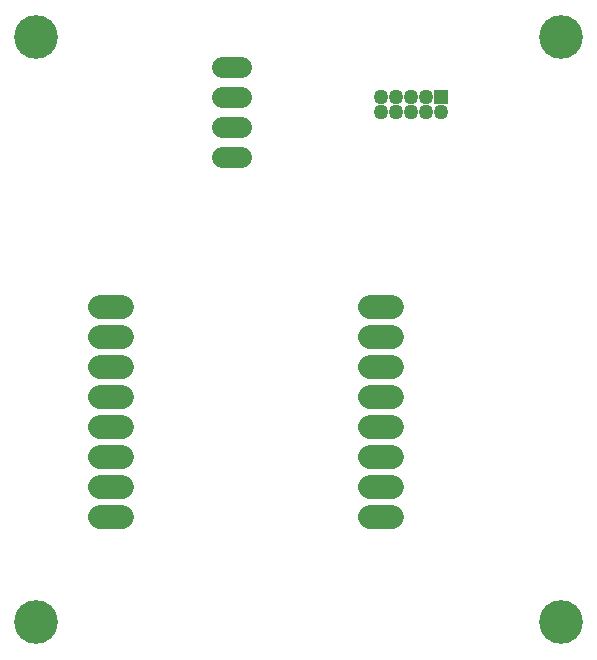
<source format=gbr>
G04 EAGLE Gerber X2 export*
%TF.Part,Single*%
%TF.FileFunction,Soldermask,Top,1*%
%TF.FilePolarity,Negative*%
%TF.GenerationSoftware,Autodesk,EAGLE,9.0.1*%
%TF.CreationDate,2018-06-20T13:34:44Z*%
G75*
%MOMM*%
%FSLAX34Y34*%
%LPD*%
%AMOC8*
5,1,8,0,0,1.08239X$1,22.5*%
G01*
%ADD10C,3.703319*%
%ADD11C,1.803400*%
%ADD12R,1.261200X1.261200*%
%ADD13C,1.261200*%
%ADD14C,2.032000*%


D10*
X38100Y38100D03*
X482600Y38100D03*
X38100Y533400D03*
X482600Y533400D03*
D11*
X211201Y431800D02*
X195199Y431800D01*
X195199Y457200D02*
X211201Y457200D01*
X211201Y482600D02*
X195199Y482600D01*
X195199Y508000D02*
X211201Y508000D01*
D12*
X381000Y482600D03*
D13*
X381000Y469900D03*
X368300Y482600D03*
X368300Y469900D03*
X355600Y482600D03*
X355600Y469900D03*
X342900Y482600D03*
X342900Y469900D03*
X330200Y482600D03*
X330200Y469900D03*
D14*
X321056Y127000D02*
X339344Y127000D01*
X339344Y152400D02*
X321056Y152400D01*
X321056Y177800D02*
X339344Y177800D01*
X339344Y203200D02*
X321056Y203200D01*
X321056Y228600D02*
X339344Y228600D01*
X339344Y254000D02*
X321056Y254000D01*
X321056Y279400D02*
X339344Y279400D01*
X339344Y304800D02*
X321056Y304800D01*
X110744Y127000D02*
X92456Y127000D01*
X92456Y152400D02*
X110744Y152400D01*
X110744Y177800D02*
X92456Y177800D01*
X92456Y203200D02*
X110744Y203200D01*
X110744Y228600D02*
X92456Y228600D01*
X92456Y254000D02*
X110744Y254000D01*
X110744Y279400D02*
X92456Y279400D01*
X92456Y304800D02*
X110744Y304800D01*
M02*

</source>
